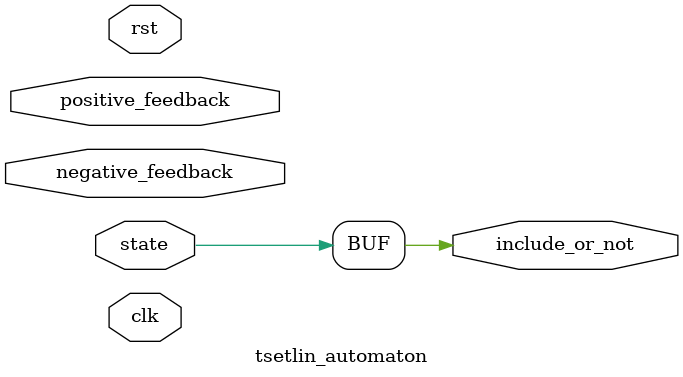
<source format=v>
module tsetlin_automaton(clk,rst,positive_feedback,negative_feedback,include_or_not,state);

input clk,rst,positive_feedback,negative_feedback,state;
reg[2:0] ps,ns;
output include_or_not;
always@(posedge clk)begin
	if(rst)
		ps<=3'd4;
	else
		ps<=ns;
end

always@(*)begin
	ns<=ps;
	case(ps)
		0:	if(positive_feedback)
				ns<=0;
			else if(negative_feedback)
				ns<=1;
			
		1,2,3:if(positive_feedback)
					ns<=ps-3'd1;
				else if(negative_feedback)
					ns<=ps+3'd1;	
		4,5,6:if(positive_feedback)
					ns<=ps+3'd1;
				else if(negative_feedback)
					ns<=ps-3'd1;
		7:	if(positive_feedback)
				ns<=3'd7;
			else if(negative_feedback)
				ns<=ps-3'd1;
					
	
	endcase



end
assign include_or_not=state;

endmodule

</source>
